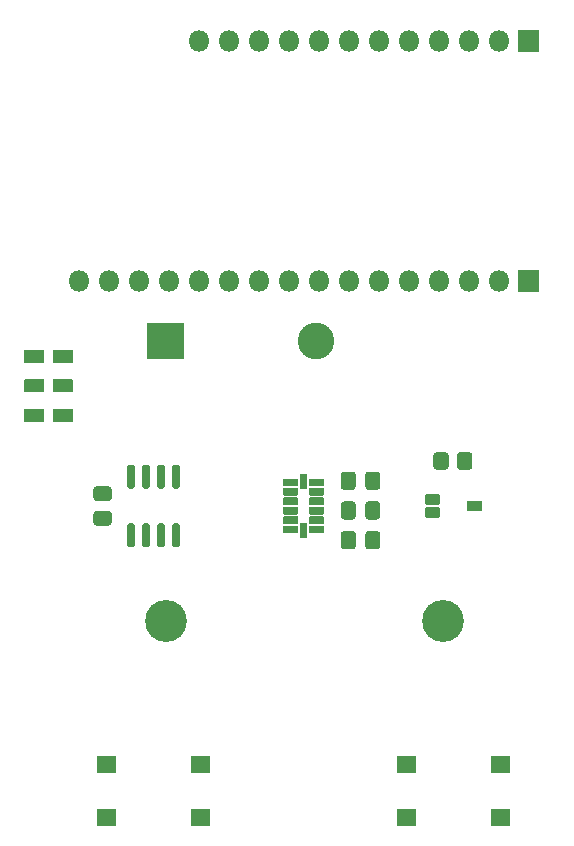
<source format=gts>
%TF.GenerationSoftware,KiCad,Pcbnew,(5.1.10-1-10_14)*%
%TF.CreationDate,2022-01-07T11:11:51+01:00*%
%TF.ProjectId,burrboard,62757272-626f-4617-9264-2e6b69636164,v1.0*%
%TF.SameCoordinates,Original*%
%TF.FileFunction,Soldermask,Top*%
%TF.FilePolarity,Negative*%
%FSLAX46Y46*%
G04 Gerber Fmt 4.6, Leading zero omitted, Abs format (unit mm)*
G04 Created by KiCad (PCBNEW (5.1.10-1-10_14)) date 2022-01-07 11:11:51*
%MOMM*%
%LPD*%
G01*
G04 APERTURE LIST*
%ADD10C,3.101600*%
%ADD11C,3.551600*%
%ADD12O,1.801600X1.801600*%
G04 APERTURE END LIST*
%TO.C,Q1*%
G36*
G01*
X166274200Y-118510000D02*
X166274200Y-117710000D01*
G75*
G02*
X166325000Y-117659200I50800J0D01*
G01*
X167425000Y-117659200D01*
G75*
G02*
X167475800Y-117710000I0J-50800D01*
G01*
X167475800Y-118510000D01*
G75*
G02*
X167425000Y-118560800I-50800J0D01*
G01*
X166325000Y-118560800D01*
G75*
G02*
X166274200Y-118510000I0J50800D01*
G01*
G37*
G36*
G01*
X162724200Y-119060000D02*
X162724200Y-118260000D01*
G75*
G02*
X162775000Y-118209200I50800J0D01*
G01*
X163875000Y-118209200D01*
G75*
G02*
X163925800Y-118260000I0J-50800D01*
G01*
X163925800Y-119060000D01*
G75*
G02*
X163875000Y-119110800I-50800J0D01*
G01*
X162775000Y-119110800D01*
G75*
G02*
X162724200Y-119060000I0J50800D01*
G01*
G37*
G36*
G01*
X162724200Y-117960000D02*
X162724200Y-117160000D01*
G75*
G02*
X162775000Y-117109200I50800J0D01*
G01*
X163875000Y-117109200D01*
G75*
G02*
X163925800Y-117160000I0J-50800D01*
G01*
X163925800Y-117960000D01*
G75*
G02*
X163875000Y-118010800I-50800J0D01*
G01*
X162775000Y-118010800D01*
G75*
G02*
X162724200Y-117960000I0J50800D01*
G01*
G37*
%TD*%
%TO.C,S1*%
G36*
G01*
X134899200Y-140640000D02*
X134899200Y-139340000D01*
G75*
G02*
X134950000Y-139289200I50800J0D01*
G01*
X136500000Y-139289200D01*
G75*
G02*
X136550800Y-139340000I0J-50800D01*
G01*
X136550800Y-140640000D01*
G75*
G02*
X136500000Y-140690800I-50800J0D01*
G01*
X134950000Y-140690800D01*
G75*
G02*
X134899200Y-140640000I0J50800D01*
G01*
G37*
G36*
G01*
X142849200Y-140640000D02*
X142849200Y-139340000D01*
G75*
G02*
X142900000Y-139289200I50800J0D01*
G01*
X144450000Y-139289200D01*
G75*
G02*
X144500800Y-139340000I0J-50800D01*
G01*
X144500800Y-140640000D01*
G75*
G02*
X144450000Y-140690800I-50800J0D01*
G01*
X142900000Y-140690800D01*
G75*
G02*
X142849200Y-140640000I0J50800D01*
G01*
G37*
G36*
G01*
X134899200Y-145140000D02*
X134899200Y-143840000D01*
G75*
G02*
X134950000Y-143789200I50800J0D01*
G01*
X136500000Y-143789200D01*
G75*
G02*
X136550800Y-143840000I0J-50800D01*
G01*
X136550800Y-145140000D01*
G75*
G02*
X136500000Y-145190800I-50800J0D01*
G01*
X134950000Y-145190800D01*
G75*
G02*
X134899200Y-145140000I0J50800D01*
G01*
G37*
G36*
G01*
X142849200Y-145140000D02*
X142849200Y-143840000D01*
G75*
G02*
X142900000Y-143789200I50800J0D01*
G01*
X144450000Y-143789200D01*
G75*
G02*
X144500800Y-143840000I0J-50800D01*
G01*
X144500800Y-145140000D01*
G75*
G02*
X144450000Y-145190800I-50800J0D01*
G01*
X142900000Y-145190800D01*
G75*
G02*
X142849200Y-145140000I0J50800D01*
G01*
G37*
%TD*%
%TO.C,S2*%
G36*
G01*
X160299200Y-140640000D02*
X160299200Y-139340000D01*
G75*
G02*
X160350000Y-139289200I50800J0D01*
G01*
X161900000Y-139289200D01*
G75*
G02*
X161950800Y-139340000I0J-50800D01*
G01*
X161950800Y-140640000D01*
G75*
G02*
X161900000Y-140690800I-50800J0D01*
G01*
X160350000Y-140690800D01*
G75*
G02*
X160299200Y-140640000I0J50800D01*
G01*
G37*
G36*
G01*
X168249200Y-140640000D02*
X168249200Y-139340000D01*
G75*
G02*
X168300000Y-139289200I50800J0D01*
G01*
X169850000Y-139289200D01*
G75*
G02*
X169900800Y-139340000I0J-50800D01*
G01*
X169900800Y-140640000D01*
G75*
G02*
X169850000Y-140690800I-50800J0D01*
G01*
X168300000Y-140690800D01*
G75*
G02*
X168249200Y-140640000I0J50800D01*
G01*
G37*
G36*
G01*
X160299200Y-145140000D02*
X160299200Y-143840000D01*
G75*
G02*
X160350000Y-143789200I50800J0D01*
G01*
X161900000Y-143789200D01*
G75*
G02*
X161950800Y-143840000I0J-50800D01*
G01*
X161950800Y-145140000D01*
G75*
G02*
X161900000Y-145190800I-50800J0D01*
G01*
X160350000Y-145190800D01*
G75*
G02*
X160299200Y-145140000I0J50800D01*
G01*
G37*
G36*
G01*
X168249200Y-145140000D02*
X168249200Y-143840000D01*
G75*
G02*
X168300000Y-143789200I50800J0D01*
G01*
X169850000Y-143789200D01*
G75*
G02*
X169900800Y-143840000I0J-50800D01*
G01*
X169900800Y-145140000D01*
G75*
G02*
X169850000Y-145190800I-50800J0D01*
G01*
X168300000Y-145190800D01*
G75*
G02*
X168249200Y-145140000I0J50800D01*
G01*
G37*
%TD*%
%TO.C,U2*%
G36*
G01*
X154070000Y-120435800D02*
X152925000Y-120435800D01*
G75*
G02*
X152874200Y-120385000I0J50800D01*
G01*
X152874200Y-119835000D01*
G75*
G02*
X152925000Y-119784200I50800J0D01*
G01*
X154070000Y-119784200D01*
G75*
G02*
X154120800Y-119835000I0J-50800D01*
G01*
X154120800Y-120385000D01*
G75*
G02*
X154070000Y-120435800I-50800J0D01*
G01*
G37*
G36*
G01*
X154070000Y-119635800D02*
X152925000Y-119635800D01*
G75*
G02*
X152874200Y-119585000I0J50800D01*
G01*
X152874200Y-119035000D01*
G75*
G02*
X152925000Y-118984200I50800J0D01*
G01*
X154070000Y-118984200D01*
G75*
G02*
X154120800Y-119035000I0J-50800D01*
G01*
X154120800Y-119585000D01*
G75*
G02*
X154070000Y-119635800I-50800J0D01*
G01*
G37*
G36*
G01*
X154070000Y-118835800D02*
X152925000Y-118835800D01*
G75*
G02*
X152874200Y-118785000I0J50800D01*
G01*
X152874200Y-118235000D01*
G75*
G02*
X152925000Y-118184200I50800J0D01*
G01*
X154070000Y-118184200D01*
G75*
G02*
X154120800Y-118235000I0J-50800D01*
G01*
X154120800Y-118785000D01*
G75*
G02*
X154070000Y-118835800I-50800J0D01*
G01*
G37*
G36*
G01*
X154070000Y-118035800D02*
X152925000Y-118035800D01*
G75*
G02*
X152874200Y-117985000I0J50800D01*
G01*
X152874200Y-117435000D01*
G75*
G02*
X152925000Y-117384200I50800J0D01*
G01*
X154070000Y-117384200D01*
G75*
G02*
X154120800Y-117435000I0J-50800D01*
G01*
X154120800Y-117985000D01*
G75*
G02*
X154070000Y-118035800I-50800J0D01*
G01*
G37*
G36*
G01*
X154070000Y-117235800D02*
X152925000Y-117235800D01*
G75*
G02*
X152874200Y-117185000I0J50800D01*
G01*
X152874200Y-116635000D01*
G75*
G02*
X152925000Y-116584200I50800J0D01*
G01*
X154070000Y-116584200D01*
G75*
G02*
X154120800Y-116635000I0J-50800D01*
G01*
X154120800Y-117185000D01*
G75*
G02*
X154070000Y-117235800I-50800J0D01*
G01*
G37*
G36*
G01*
X154070000Y-116435800D02*
X152925000Y-116435800D01*
G75*
G02*
X152874200Y-116385000I0J50800D01*
G01*
X152874200Y-115835000D01*
G75*
G02*
X152925000Y-115784200I50800J0D01*
G01*
X154070000Y-115784200D01*
G75*
G02*
X154120800Y-115835000I0J-50800D01*
G01*
X154120800Y-116385000D01*
G75*
G02*
X154070000Y-116435800I-50800J0D01*
G01*
G37*
G36*
G01*
X151875000Y-116435800D02*
X150730000Y-116435800D01*
G75*
G02*
X150679200Y-116385000I0J50800D01*
G01*
X150679200Y-115835000D01*
G75*
G02*
X150730000Y-115784200I50800J0D01*
G01*
X151875000Y-115784200D01*
G75*
G02*
X151925800Y-115835000I0J-50800D01*
G01*
X151925800Y-116385000D01*
G75*
G02*
X151875000Y-116435800I-50800J0D01*
G01*
G37*
G36*
G01*
X151875000Y-117235800D02*
X150730000Y-117235800D01*
G75*
G02*
X150679200Y-117185000I0J50800D01*
G01*
X150679200Y-116635000D01*
G75*
G02*
X150730000Y-116584200I50800J0D01*
G01*
X151875000Y-116584200D01*
G75*
G02*
X151925800Y-116635000I0J-50800D01*
G01*
X151925800Y-117185000D01*
G75*
G02*
X151875000Y-117235800I-50800J0D01*
G01*
G37*
G36*
G01*
X151875000Y-118035800D02*
X150730000Y-118035800D01*
G75*
G02*
X150679200Y-117985000I0J50800D01*
G01*
X150679200Y-117435000D01*
G75*
G02*
X150730000Y-117384200I50800J0D01*
G01*
X151875000Y-117384200D01*
G75*
G02*
X151925800Y-117435000I0J-50800D01*
G01*
X151925800Y-117985000D01*
G75*
G02*
X151875000Y-118035800I-50800J0D01*
G01*
G37*
G36*
G01*
X151875000Y-118835800D02*
X150730000Y-118835800D01*
G75*
G02*
X150679200Y-118785000I0J50800D01*
G01*
X150679200Y-118235000D01*
G75*
G02*
X150730000Y-118184200I50800J0D01*
G01*
X151875000Y-118184200D01*
G75*
G02*
X151925800Y-118235000I0J-50800D01*
G01*
X151925800Y-118785000D01*
G75*
G02*
X151875000Y-118835800I-50800J0D01*
G01*
G37*
G36*
G01*
X151875000Y-119635800D02*
X150730000Y-119635800D01*
G75*
G02*
X150679200Y-119585000I0J50800D01*
G01*
X150679200Y-119035000D01*
G75*
G02*
X150730000Y-118984200I50800J0D01*
G01*
X151875000Y-118984200D01*
G75*
G02*
X151925800Y-119035000I0J-50800D01*
G01*
X151925800Y-119585000D01*
G75*
G02*
X151875000Y-119635800I-50800J0D01*
G01*
G37*
G36*
G01*
X151875000Y-120435800D02*
X150730000Y-120435800D01*
G75*
G02*
X150679200Y-120385000I0J50800D01*
G01*
X150679200Y-119835000D01*
G75*
G02*
X150730000Y-119784200I50800J0D01*
G01*
X151875000Y-119784200D01*
G75*
G02*
X151925800Y-119835000I0J-50800D01*
G01*
X151925800Y-120385000D01*
G75*
G02*
X151875000Y-120435800I-50800J0D01*
G01*
G37*
G36*
G01*
X152675000Y-120830800D02*
X152125000Y-120830800D01*
G75*
G02*
X152074200Y-120780000I0J50800D01*
G01*
X152074200Y-119635000D01*
G75*
G02*
X152125000Y-119584200I50800J0D01*
G01*
X152675000Y-119584200D01*
G75*
G02*
X152725800Y-119635000I0J-50800D01*
G01*
X152725800Y-120780000D01*
G75*
G02*
X152675000Y-120830800I-50800J0D01*
G01*
G37*
G36*
G01*
X152675000Y-116635800D02*
X152125000Y-116635800D01*
G75*
G02*
X152074200Y-116585000I0J50800D01*
G01*
X152074200Y-115440000D01*
G75*
G02*
X152125000Y-115389200I50800J0D01*
G01*
X152675000Y-115389200D01*
G75*
G02*
X152725800Y-115440000I0J-50800D01*
G01*
X152725800Y-116585000D01*
G75*
G02*
X152675000Y-116635800I-50800J0D01*
G01*
G37*
%TD*%
%TO.C,BT1*%
G36*
G01*
X139216000Y-102589200D02*
X142216000Y-102589200D01*
G75*
G02*
X142266800Y-102640000I0J-50800D01*
G01*
X142266800Y-105640000D01*
G75*
G02*
X142216000Y-105690800I-50800J0D01*
G01*
X139216000Y-105690800D01*
G75*
G02*
X139165200Y-105640000I0J50800D01*
G01*
X139165200Y-102640000D01*
G75*
G02*
X139216000Y-102589200I50800J0D01*
G01*
G37*
D10*
X153416000Y-104140000D03*
D11*
X140716000Y-127860000D03*
X164216000Y-127860000D03*
%TD*%
%TO.C,U1*%
G36*
G01*
X137970400Y-121610800D02*
X137619600Y-121610800D01*
G75*
G02*
X137444200Y-121435400I0J175400D01*
G01*
X137444200Y-119734600D01*
G75*
G02*
X137619600Y-119559200I175400J0D01*
G01*
X137970400Y-119559200D01*
G75*
G02*
X138145800Y-119734600I0J-175400D01*
G01*
X138145800Y-121435400D01*
G75*
G02*
X137970400Y-121610800I-175400J0D01*
G01*
G37*
G36*
G01*
X139240400Y-121610800D02*
X138889600Y-121610800D01*
G75*
G02*
X138714200Y-121435400I0J175400D01*
G01*
X138714200Y-119734600D01*
G75*
G02*
X138889600Y-119559200I175400J0D01*
G01*
X139240400Y-119559200D01*
G75*
G02*
X139415800Y-119734600I0J-175400D01*
G01*
X139415800Y-121435400D01*
G75*
G02*
X139240400Y-121610800I-175400J0D01*
G01*
G37*
G36*
G01*
X140510400Y-121610800D02*
X140159600Y-121610800D01*
G75*
G02*
X139984200Y-121435400I0J175400D01*
G01*
X139984200Y-119734600D01*
G75*
G02*
X140159600Y-119559200I175400J0D01*
G01*
X140510400Y-119559200D01*
G75*
G02*
X140685800Y-119734600I0J-175400D01*
G01*
X140685800Y-121435400D01*
G75*
G02*
X140510400Y-121610800I-175400J0D01*
G01*
G37*
G36*
G01*
X141780400Y-121610800D02*
X141429600Y-121610800D01*
G75*
G02*
X141254200Y-121435400I0J175400D01*
G01*
X141254200Y-119734600D01*
G75*
G02*
X141429600Y-119559200I175400J0D01*
G01*
X141780400Y-119559200D01*
G75*
G02*
X141955800Y-119734600I0J-175400D01*
G01*
X141955800Y-121435400D01*
G75*
G02*
X141780400Y-121610800I-175400J0D01*
G01*
G37*
G36*
G01*
X141780400Y-116660800D02*
X141429600Y-116660800D01*
G75*
G02*
X141254200Y-116485400I0J175400D01*
G01*
X141254200Y-114784600D01*
G75*
G02*
X141429600Y-114609200I175400J0D01*
G01*
X141780400Y-114609200D01*
G75*
G02*
X141955800Y-114784600I0J-175400D01*
G01*
X141955800Y-116485400D01*
G75*
G02*
X141780400Y-116660800I-175400J0D01*
G01*
G37*
G36*
G01*
X140510400Y-116660800D02*
X140159600Y-116660800D01*
G75*
G02*
X139984200Y-116485400I0J175400D01*
G01*
X139984200Y-114784600D01*
G75*
G02*
X140159600Y-114609200I175400J0D01*
G01*
X140510400Y-114609200D01*
G75*
G02*
X140685800Y-114784600I0J-175400D01*
G01*
X140685800Y-116485400D01*
G75*
G02*
X140510400Y-116660800I-175400J0D01*
G01*
G37*
G36*
G01*
X139240400Y-116660800D02*
X138889600Y-116660800D01*
G75*
G02*
X138714200Y-116485400I0J175400D01*
G01*
X138714200Y-114784600D01*
G75*
G02*
X138889600Y-114609200I175400J0D01*
G01*
X139240400Y-114609200D01*
G75*
G02*
X139415800Y-114784600I0J-175400D01*
G01*
X139415800Y-116485400D01*
G75*
G02*
X139240400Y-116660800I-175400J0D01*
G01*
G37*
G36*
G01*
X137970400Y-116660800D02*
X137619600Y-116660800D01*
G75*
G02*
X137444200Y-116485400I0J175400D01*
G01*
X137444200Y-114784600D01*
G75*
G02*
X137619600Y-114609200I175400J0D01*
G01*
X137970400Y-114609200D01*
G75*
G02*
X138145800Y-114784600I0J-175400D01*
G01*
X138145800Y-116485400D01*
G75*
G02*
X137970400Y-116660800I-175400J0D01*
G01*
G37*
%TD*%
%TO.C,J1*%
G36*
G01*
X170600000Y-98159200D02*
X172300000Y-98159200D01*
G75*
G02*
X172350800Y-98210000I0J-50800D01*
G01*
X172350800Y-99910000D01*
G75*
G02*
X172300000Y-99960800I-50800J0D01*
G01*
X170600000Y-99960800D01*
G75*
G02*
X170549200Y-99910000I0J50800D01*
G01*
X170549200Y-98210000D01*
G75*
G02*
X170600000Y-98159200I50800J0D01*
G01*
G37*
D12*
X168910000Y-99060000D03*
X166370000Y-99060000D03*
X163830000Y-99060000D03*
X161290000Y-99060000D03*
X158750000Y-99060000D03*
X156210000Y-99060000D03*
X153670000Y-99060000D03*
X151130000Y-99060000D03*
X148590000Y-99060000D03*
X146050000Y-99060000D03*
X143510000Y-99060000D03*
X140970000Y-99060000D03*
X138430000Y-99060000D03*
X135890000Y-99060000D03*
X133350000Y-99060000D03*
%TD*%
%TO.C,J2*%
G36*
G01*
X170600000Y-77839200D02*
X172300000Y-77839200D01*
G75*
G02*
X172350800Y-77890000I0J-50800D01*
G01*
X172350800Y-79590000D01*
G75*
G02*
X172300000Y-79640800I-50800J0D01*
G01*
X170600000Y-79640800D01*
G75*
G02*
X170549200Y-79590000I0J50800D01*
G01*
X170549200Y-77890000D01*
G75*
G02*
X170600000Y-77839200I50800J0D01*
G01*
G37*
X168910000Y-78740000D03*
X166370000Y-78740000D03*
X163830000Y-78740000D03*
X161290000Y-78740000D03*
X158750000Y-78740000D03*
X156210000Y-78740000D03*
X153670000Y-78740000D03*
X151130000Y-78740000D03*
X148590000Y-78740000D03*
X146050000Y-78740000D03*
X143510000Y-78740000D03*
%TD*%
%TO.C,C1*%
G36*
G01*
X134877817Y-116434200D02*
X135886183Y-116434200D01*
G75*
G02*
X136157800Y-116705817I0J-271617D01*
G01*
X136157800Y-117439183D01*
G75*
G02*
X135886183Y-117710800I-271617J0D01*
G01*
X134877817Y-117710800D01*
G75*
G02*
X134606200Y-117439183I0J271617D01*
G01*
X134606200Y-116705817D01*
G75*
G02*
X134877817Y-116434200I271617J0D01*
G01*
G37*
G36*
G01*
X134877817Y-118509200D02*
X135886183Y-118509200D01*
G75*
G02*
X136157800Y-118780817I0J-271617D01*
G01*
X136157800Y-119514183D01*
G75*
G02*
X135886183Y-119785800I-271617J0D01*
G01*
X134877817Y-119785800D01*
G75*
G02*
X134606200Y-119514183I0J271617D01*
G01*
X134606200Y-118780817D01*
G75*
G02*
X134877817Y-118509200I271617J0D01*
G01*
G37*
%TD*%
%TO.C,C2*%
G36*
G01*
X157625200Y-121509783D02*
X157625200Y-120501417D01*
G75*
G02*
X157896817Y-120229800I271617J0D01*
G01*
X158630183Y-120229800D01*
G75*
G02*
X158901800Y-120501417I0J-271617D01*
G01*
X158901800Y-121509783D01*
G75*
G02*
X158630183Y-121781400I-271617J0D01*
G01*
X157896817Y-121781400D01*
G75*
G02*
X157625200Y-121509783I0J271617D01*
G01*
G37*
G36*
G01*
X155550200Y-121509783D02*
X155550200Y-120501417D01*
G75*
G02*
X155821817Y-120229800I271617J0D01*
G01*
X156555183Y-120229800D01*
G75*
G02*
X156826800Y-120501417I0J-271617D01*
G01*
X156826800Y-121509783D01*
G75*
G02*
X156555183Y-121781400I-271617J0D01*
G01*
X155821817Y-121781400D01*
G75*
G02*
X155550200Y-121509783I0J271617D01*
G01*
G37*
%TD*%
%TO.C,C3*%
G36*
G01*
X157625200Y-116480583D02*
X157625200Y-115472217D01*
G75*
G02*
X157896817Y-115200600I271617J0D01*
G01*
X158630183Y-115200600D01*
G75*
G02*
X158901800Y-115472217I0J-271617D01*
G01*
X158901800Y-116480583D01*
G75*
G02*
X158630183Y-116752200I-271617J0D01*
G01*
X157896817Y-116752200D01*
G75*
G02*
X157625200Y-116480583I0J271617D01*
G01*
G37*
G36*
G01*
X155550200Y-116480583D02*
X155550200Y-115472217D01*
G75*
G02*
X155821817Y-115200600I271617J0D01*
G01*
X156555183Y-115200600D01*
G75*
G02*
X156826800Y-115472217I0J-271617D01*
G01*
X156826800Y-116480583D01*
G75*
G02*
X156555183Y-116752200I-271617J0D01*
G01*
X155821817Y-116752200D01*
G75*
G02*
X155550200Y-116480583I0J271617D01*
G01*
G37*
%TD*%
%TO.C,C4*%
G36*
G01*
X155550200Y-118995183D02*
X155550200Y-117986817D01*
G75*
G02*
X155821817Y-117715200I271617J0D01*
G01*
X156555183Y-117715200D01*
G75*
G02*
X156826800Y-117986817I0J-271617D01*
G01*
X156826800Y-118995183D01*
G75*
G02*
X156555183Y-119266800I-271617J0D01*
G01*
X155821817Y-119266800D01*
G75*
G02*
X155550200Y-118995183I0J271617D01*
G01*
G37*
G36*
G01*
X157625200Y-118995183D02*
X157625200Y-117986817D01*
G75*
G02*
X157896817Y-117715200I271617J0D01*
G01*
X158630183Y-117715200D01*
G75*
G02*
X158901800Y-117986817I0J-271617D01*
G01*
X158901800Y-118995183D01*
G75*
G02*
X158630183Y-119266800I-271617J0D01*
G01*
X157896817Y-119266800D01*
G75*
G02*
X157625200Y-118995183I0J271617D01*
G01*
G37*
%TD*%
%TO.C,R1*%
G36*
G01*
X163386200Y-114779635D02*
X163386200Y-113820365D01*
G75*
G02*
X163657365Y-113549200I271165J0D01*
G01*
X164416635Y-113549200D01*
G75*
G02*
X164687800Y-113820365I0J-271165D01*
G01*
X164687800Y-114779635D01*
G75*
G02*
X164416635Y-115050800I-271165J0D01*
G01*
X163657365Y-115050800D01*
G75*
G02*
X163386200Y-114779635I0J271165D01*
G01*
G37*
G36*
G01*
X165386200Y-114779635D02*
X165386200Y-113820365D01*
G75*
G02*
X165657365Y-113549200I271165J0D01*
G01*
X166416635Y-113549200D01*
G75*
G02*
X166687800Y-113820365I0J-271165D01*
G01*
X166687800Y-114779635D01*
G75*
G02*
X166416635Y-115050800I-271165J0D01*
G01*
X165657365Y-115050800D01*
G75*
G02*
X165386200Y-114779635I0J271165D01*
G01*
G37*
%TD*%
%TO.C,S3*%
G36*
G01*
X131210000Y-109899200D02*
X132810000Y-109899200D01*
G75*
G02*
X132860800Y-109950000I0J-50800D01*
G01*
X132860800Y-110950000D01*
G75*
G02*
X132810000Y-111000800I-50800J0D01*
G01*
X131210000Y-111000800D01*
G75*
G02*
X131159200Y-110950000I0J50800D01*
G01*
X131159200Y-109950000D01*
G75*
G02*
X131210000Y-109899200I50800J0D01*
G01*
G37*
G36*
G01*
X131210000Y-107399200D02*
X132810000Y-107399200D01*
G75*
G02*
X132860800Y-107450000I0J-50800D01*
G01*
X132860800Y-108450000D01*
G75*
G02*
X132810000Y-108500800I-50800J0D01*
G01*
X131210000Y-108500800D01*
G75*
G02*
X131159200Y-108450000I0J50800D01*
G01*
X131159200Y-107450000D01*
G75*
G02*
X131210000Y-107399200I50800J0D01*
G01*
G37*
G36*
G01*
X131210000Y-104899200D02*
X132810000Y-104899200D01*
G75*
G02*
X132860800Y-104950000I0J-50800D01*
G01*
X132860800Y-105950000D01*
G75*
G02*
X132810000Y-106000800I-50800J0D01*
G01*
X131210000Y-106000800D01*
G75*
G02*
X131159200Y-105950000I0J50800D01*
G01*
X131159200Y-104950000D01*
G75*
G02*
X131210000Y-104899200I50800J0D01*
G01*
G37*
G36*
G01*
X128810000Y-109899200D02*
X130410000Y-109899200D01*
G75*
G02*
X130460800Y-109950000I0J-50800D01*
G01*
X130460800Y-110950000D01*
G75*
G02*
X130410000Y-111000800I-50800J0D01*
G01*
X128810000Y-111000800D01*
G75*
G02*
X128759200Y-110950000I0J50800D01*
G01*
X128759200Y-109950000D01*
G75*
G02*
X128810000Y-109899200I50800J0D01*
G01*
G37*
G36*
G01*
X128810000Y-107399200D02*
X130410000Y-107399200D01*
G75*
G02*
X130460800Y-107450000I0J-50800D01*
G01*
X130460800Y-108450000D01*
G75*
G02*
X130410000Y-108500800I-50800J0D01*
G01*
X128810000Y-108500800D01*
G75*
G02*
X128759200Y-108450000I0J50800D01*
G01*
X128759200Y-107450000D01*
G75*
G02*
X128810000Y-107399200I50800J0D01*
G01*
G37*
G36*
G01*
X128810000Y-104899200D02*
X130410000Y-104899200D01*
G75*
G02*
X130460800Y-104950000I0J-50800D01*
G01*
X130460800Y-105950000D01*
G75*
G02*
X130410000Y-106000800I-50800J0D01*
G01*
X128810000Y-106000800D01*
G75*
G02*
X128759200Y-105950000I0J50800D01*
G01*
X128759200Y-104950000D01*
G75*
G02*
X128810000Y-104899200I50800J0D01*
G01*
G37*
%TD*%
M02*

</source>
